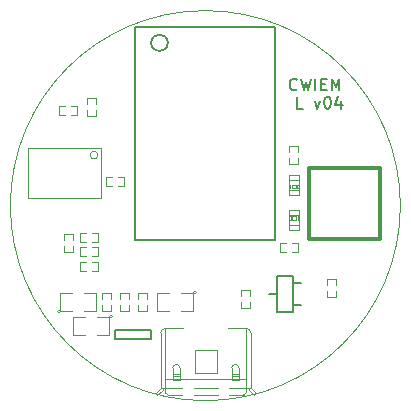
<source format=gto>
G04 (created by PCBNEW (2013-07-07 BZR 4022)-stable) date 5/30/2015 6:27:29 PM*
%MOIN*%
G04 Gerber Fmt 3.4, Leading zero omitted, Abs format*
%FSLAX34Y34*%
G01*
G70*
G90*
G04 APERTURE LIST*
%ADD10C,0.00590551*%
%ADD11C,0.006*%
%ADD12C,0.00393701*%
%ADD13C,0.0118*%
%ADD14C,0.005*%
%ADD15C,0.0039*%
%ADD16C,0.0028*%
%ADD17C,0.0026*%
%ADD18C,0.004*%
%ADD19C,0.002*%
%ADD20C,5.90551e-005*%
G04 APERTURE END LIST*
G54D10*
G54D11*
X81056Y-48120D02*
X81037Y-48139D01*
X80981Y-48158D01*
X80944Y-48158D01*
X80888Y-48139D01*
X80851Y-48102D01*
X80832Y-48065D01*
X80814Y-47990D01*
X80814Y-47934D01*
X80832Y-47860D01*
X80851Y-47823D01*
X80888Y-47786D01*
X80944Y-47767D01*
X80981Y-47767D01*
X81037Y-47786D01*
X81056Y-47804D01*
X81186Y-47767D02*
X81279Y-48158D01*
X81353Y-47879D01*
X81428Y-48158D01*
X81521Y-47767D01*
X81669Y-48158D02*
X81669Y-47767D01*
X81855Y-47953D02*
X81985Y-47953D01*
X82041Y-48158D02*
X81855Y-48158D01*
X81855Y-47767D01*
X82041Y-47767D01*
X82209Y-48158D02*
X82209Y-47767D01*
X82339Y-48046D01*
X82469Y-47767D01*
X82469Y-48158D01*
X81251Y-48764D02*
X81065Y-48764D01*
X81065Y-48374D01*
X81641Y-48504D02*
X81734Y-48764D01*
X81827Y-48504D01*
X82051Y-48374D02*
X82088Y-48374D01*
X82125Y-48392D01*
X82144Y-48411D01*
X82162Y-48448D01*
X82181Y-48523D01*
X82181Y-48616D01*
X82162Y-48690D01*
X82144Y-48727D01*
X82125Y-48746D01*
X82088Y-48764D01*
X82051Y-48764D01*
X82013Y-48746D01*
X81995Y-48727D01*
X81976Y-48690D01*
X81958Y-48616D01*
X81958Y-48523D01*
X81976Y-48448D01*
X81995Y-48411D01*
X82013Y-48392D01*
X82051Y-48374D01*
X82516Y-48504D02*
X82516Y-48764D01*
X82423Y-48355D02*
X82330Y-48634D01*
X82571Y-48634D01*
G54D12*
X84500Y-52000D02*
G75*
G03X84500Y-52000I-6500J0D01*
G74*
G01*
G54D13*
X81469Y-53106D02*
X81469Y-50744D01*
X81469Y-50744D02*
X83831Y-50744D01*
X83831Y-50744D02*
X83831Y-53106D01*
X83831Y-53106D02*
X81469Y-53106D01*
G54D14*
X76200Y-56450D02*
X75000Y-56450D01*
X75000Y-56450D02*
X75000Y-56150D01*
X75000Y-56150D02*
X76200Y-56150D01*
X76200Y-56150D02*
X76200Y-56450D01*
G54D15*
X77700Y-54900D02*
G75*
G03X77700Y-54900I-50J0D01*
G74*
G01*
X77200Y-54900D02*
X77600Y-54900D01*
X77600Y-54900D02*
X77600Y-55500D01*
X77600Y-55500D02*
X77200Y-55500D01*
X76800Y-55500D02*
X76400Y-55500D01*
X76400Y-55500D02*
X76400Y-54900D01*
X76400Y-54900D02*
X76800Y-54900D01*
X74900Y-55700D02*
G75*
G03X74900Y-55700I-50J0D01*
G74*
G01*
X74400Y-55700D02*
X74800Y-55700D01*
X74800Y-55700D02*
X74800Y-56300D01*
X74800Y-56300D02*
X74400Y-56300D01*
X74000Y-56300D02*
X73600Y-56300D01*
X73600Y-56300D02*
X73600Y-55700D01*
X73600Y-55700D02*
X74000Y-55700D01*
X73170Y-55515D02*
G75*
G03X73170Y-55515I-50J0D01*
G74*
G01*
X73570Y-55515D02*
X73170Y-55515D01*
X73170Y-55515D02*
X73170Y-54915D01*
X73170Y-54915D02*
X73570Y-54915D01*
X73970Y-54915D02*
X74370Y-54915D01*
X74370Y-54915D02*
X74370Y-55515D01*
X74370Y-55515D02*
X73970Y-55515D01*
G54D16*
X74214Y-53693D02*
X74414Y-53693D01*
X74414Y-53693D02*
X74414Y-53393D01*
X74414Y-53393D02*
X74214Y-53393D01*
X74014Y-53693D02*
X73814Y-53693D01*
X73814Y-53693D02*
X73814Y-53393D01*
X73814Y-53393D02*
X74014Y-53393D01*
X75450Y-55100D02*
X75450Y-54900D01*
X75450Y-54900D02*
X75150Y-54900D01*
X75150Y-54900D02*
X75150Y-55100D01*
X75450Y-55300D02*
X75450Y-55500D01*
X75450Y-55500D02*
X75150Y-55500D01*
X75150Y-55500D02*
X75150Y-55300D01*
X80900Y-53550D02*
X81100Y-53550D01*
X81100Y-53550D02*
X81100Y-53250D01*
X81100Y-53250D02*
X80900Y-53250D01*
X80700Y-53550D02*
X80500Y-53550D01*
X80500Y-53550D02*
X80500Y-53250D01*
X80500Y-53250D02*
X80700Y-53250D01*
X80800Y-50410D02*
X80800Y-50610D01*
X80800Y-50610D02*
X81100Y-50610D01*
X81100Y-50610D02*
X81100Y-50410D01*
X80800Y-50210D02*
X80800Y-50010D01*
X80800Y-50010D02*
X81100Y-50010D01*
X81100Y-50010D02*
X81100Y-50210D01*
X75750Y-55300D02*
X75750Y-55500D01*
X75750Y-55500D02*
X76050Y-55500D01*
X76050Y-55500D02*
X76050Y-55300D01*
X75750Y-55100D02*
X75750Y-54900D01*
X75750Y-54900D02*
X76050Y-54900D01*
X76050Y-54900D02*
X76050Y-55100D01*
X74550Y-55300D02*
X74550Y-55500D01*
X74550Y-55500D02*
X74850Y-55500D01*
X74850Y-55500D02*
X74850Y-55300D01*
X74550Y-55100D02*
X74550Y-54900D01*
X74550Y-54900D02*
X74850Y-54900D01*
X74850Y-54900D02*
X74850Y-55100D01*
X74014Y-52901D02*
X73814Y-52901D01*
X73814Y-52901D02*
X73814Y-53201D01*
X73814Y-53201D02*
X74014Y-53201D01*
X74214Y-52901D02*
X74414Y-52901D01*
X74414Y-52901D02*
X74414Y-53201D01*
X74414Y-53201D02*
X74214Y-53201D01*
X82350Y-54650D02*
X82350Y-54450D01*
X82350Y-54450D02*
X82050Y-54450D01*
X82050Y-54450D02*
X82050Y-54650D01*
X82350Y-54850D02*
X82350Y-55050D01*
X82350Y-55050D02*
X82050Y-55050D01*
X82050Y-55050D02*
X82050Y-54850D01*
G54D17*
X81127Y-51487D02*
X80773Y-51487D01*
X80773Y-51487D02*
X80773Y-51644D01*
X81127Y-51644D02*
X80773Y-51644D01*
X81127Y-51487D02*
X81127Y-51644D01*
X81127Y-50976D02*
X80773Y-50976D01*
X80773Y-50976D02*
X80773Y-51133D01*
X81127Y-51133D02*
X80773Y-51133D01*
X81127Y-50976D02*
X81127Y-51133D01*
X81127Y-51310D02*
X81068Y-51310D01*
X81068Y-51310D02*
X81068Y-51428D01*
X81127Y-51428D02*
X81068Y-51428D01*
X81127Y-51310D02*
X81127Y-51428D01*
X80832Y-51310D02*
X80773Y-51310D01*
X80773Y-51310D02*
X80773Y-51428D01*
X80832Y-51428D02*
X80773Y-51428D01*
X80832Y-51310D02*
X80832Y-51428D01*
X81009Y-51310D02*
X80891Y-51310D01*
X80891Y-51310D02*
X80891Y-51428D01*
X81009Y-51428D02*
X80891Y-51428D01*
X81009Y-51310D02*
X81009Y-51428D01*
G54D18*
X81107Y-51487D02*
X81107Y-51133D01*
X80793Y-51487D02*
X80793Y-51133D01*
G54D17*
X80783Y-52303D02*
X81137Y-52303D01*
X81137Y-52303D02*
X81137Y-52146D01*
X80783Y-52146D02*
X81137Y-52146D01*
X80783Y-52303D02*
X80783Y-52146D01*
X80783Y-52814D02*
X81137Y-52814D01*
X81137Y-52814D02*
X81137Y-52657D01*
X80783Y-52657D02*
X81137Y-52657D01*
X80783Y-52814D02*
X80783Y-52657D01*
X80783Y-52480D02*
X80842Y-52480D01*
X80842Y-52480D02*
X80842Y-52362D01*
X80783Y-52362D02*
X80842Y-52362D01*
X80783Y-52480D02*
X80783Y-52362D01*
X81078Y-52480D02*
X81137Y-52480D01*
X81137Y-52480D02*
X81137Y-52362D01*
X81078Y-52362D02*
X81137Y-52362D01*
X81078Y-52480D02*
X81078Y-52362D01*
X80901Y-52480D02*
X81019Y-52480D01*
X81019Y-52480D02*
X81019Y-52362D01*
X80901Y-52362D02*
X81019Y-52362D01*
X80901Y-52480D02*
X80901Y-52362D01*
G54D18*
X80803Y-52303D02*
X80803Y-52657D01*
X81117Y-52303D02*
X81117Y-52657D01*
G54D10*
X75662Y-46043D02*
X75662Y-53130D01*
X75662Y-53130D02*
X80308Y-53130D01*
X80308Y-46043D02*
X80308Y-53130D01*
X75662Y-46043D02*
X80308Y-46043D01*
X76748Y-46575D02*
G75*
G03X76748Y-46575I-278J0D01*
G74*
G01*
G54D19*
X79115Y-57412D02*
G75*
G03X78996Y-57293I-119J0D01*
G74*
G01*
X78996Y-57294D02*
G75*
G03X78878Y-57412I0J-118D01*
G74*
G01*
X77147Y-57412D02*
G75*
G03X77028Y-57293I-119J0D01*
G74*
G01*
X77028Y-57294D02*
G75*
G03X76910Y-57412I0J-118D01*
G74*
G01*
X79114Y-57825D02*
X79114Y-57412D01*
X78878Y-57825D02*
X78878Y-57412D01*
X77146Y-57825D02*
X77146Y-57412D01*
X76910Y-57825D02*
X76910Y-57412D01*
X78878Y-57628D02*
X79114Y-57628D01*
X76910Y-57628D02*
X77146Y-57628D01*
X78878Y-57667D02*
X79114Y-57667D01*
X76910Y-57667D02*
X77146Y-57667D01*
X78878Y-57825D02*
X79114Y-57825D01*
X76910Y-57825D02*
X77146Y-57825D01*
X79626Y-58317D02*
X79685Y-58258D01*
X79626Y-58317D02*
X79449Y-58140D01*
X79449Y-58140D02*
X79449Y-58081D01*
X76339Y-58258D02*
X76398Y-58317D01*
X76398Y-58317D02*
X76575Y-58140D01*
X76575Y-58140D02*
X76575Y-58081D01*
X79508Y-58081D02*
X79685Y-58258D01*
X76516Y-58081D02*
X76339Y-58258D01*
X78799Y-58081D02*
X79508Y-58081D01*
X77618Y-58081D02*
X78406Y-58081D01*
X76516Y-58081D02*
X77225Y-58081D01*
X76654Y-58199D02*
G75*
G03X76752Y-58297I98J0D01*
G74*
G01*
X79272Y-58297D02*
G75*
G03X79370Y-58199I0J98D01*
G74*
G01*
X78799Y-58297D02*
X79272Y-58297D01*
X77618Y-58297D02*
X78406Y-58297D01*
X76752Y-58297D02*
X77225Y-58297D01*
X79370Y-57766D02*
X79370Y-58199D01*
X76654Y-57766D02*
X76654Y-58199D01*
X76516Y-56230D02*
X76516Y-58081D01*
X79508Y-56230D02*
X79508Y-58081D01*
X76654Y-56092D02*
G75*
G03X76516Y-56230I0J-138D01*
G74*
G01*
X79507Y-56230D02*
G75*
G03X79370Y-56093I-137J0D01*
G74*
G01*
G54D15*
X76654Y-56093D02*
X77264Y-56093D01*
X79370Y-56093D02*
X78760Y-56093D01*
X76654Y-57766D02*
X76654Y-56093D01*
X79370Y-57766D02*
X79370Y-56093D01*
X76654Y-57766D02*
X79370Y-57766D01*
G54D19*
X77638Y-56821D02*
X78386Y-56821D01*
X78386Y-56821D02*
X78386Y-57569D01*
X78386Y-57569D02*
X77638Y-57569D01*
X77638Y-57569D02*
X77638Y-56821D01*
G54D16*
X74214Y-54185D02*
X74414Y-54185D01*
X74414Y-54185D02*
X74414Y-53885D01*
X74414Y-53885D02*
X74214Y-53885D01*
X74014Y-54185D02*
X73814Y-54185D01*
X73814Y-54185D02*
X73814Y-53885D01*
X73814Y-53885D02*
X74014Y-53885D01*
X79480Y-55018D02*
X79480Y-54818D01*
X79480Y-54818D02*
X79180Y-54818D01*
X79180Y-54818D02*
X79180Y-55018D01*
X79480Y-55218D02*
X79480Y-55418D01*
X79480Y-55418D02*
X79180Y-55418D01*
X79180Y-55418D02*
X79180Y-55218D01*
G54D14*
X80925Y-54575D02*
X81185Y-54575D01*
X80925Y-55325D02*
X81185Y-55325D01*
X80375Y-54950D02*
X80115Y-54950D01*
X80375Y-55540D02*
X80375Y-54360D01*
X80375Y-54360D02*
X80925Y-54360D01*
X80925Y-54360D02*
X80925Y-55540D01*
X80925Y-55540D02*
X80375Y-55540D01*
G54D16*
X73525Y-48968D02*
X73725Y-48968D01*
X73725Y-48968D02*
X73725Y-48668D01*
X73725Y-48668D02*
X73525Y-48668D01*
X73325Y-48968D02*
X73125Y-48968D01*
X73125Y-48968D02*
X73125Y-48668D01*
X73125Y-48668D02*
X73325Y-48668D01*
X74362Y-48620D02*
X74362Y-48420D01*
X74362Y-48420D02*
X74062Y-48420D01*
X74062Y-48420D02*
X74062Y-48620D01*
X74362Y-48820D02*
X74362Y-49020D01*
X74362Y-49020D02*
X74062Y-49020D01*
X74062Y-49020D02*
X74062Y-48820D01*
X73275Y-53348D02*
X73275Y-53548D01*
X73275Y-53548D02*
X73575Y-53548D01*
X73575Y-53548D02*
X73575Y-53348D01*
X73275Y-53148D02*
X73275Y-52948D01*
X73275Y-52948D02*
X73575Y-52948D01*
X73575Y-52948D02*
X73575Y-53148D01*
X74900Y-51031D02*
X74700Y-51031D01*
X74700Y-51031D02*
X74700Y-51331D01*
X74700Y-51331D02*
X74900Y-51331D01*
X75100Y-51031D02*
X75300Y-51031D01*
X75300Y-51031D02*
X75300Y-51331D01*
X75300Y-51331D02*
X75100Y-51331D01*
G54D20*
X74413Y-50318D02*
G75*
G03X74413Y-50318I-126J0D01*
G74*
G01*
X74311Y-50078D02*
X74507Y-50078D01*
X74507Y-50078D02*
X74507Y-51751D01*
X74507Y-51751D02*
X72086Y-51751D01*
X72086Y-51751D02*
X72086Y-50078D01*
X72086Y-50078D02*
X74330Y-50078D01*
M02*

</source>
